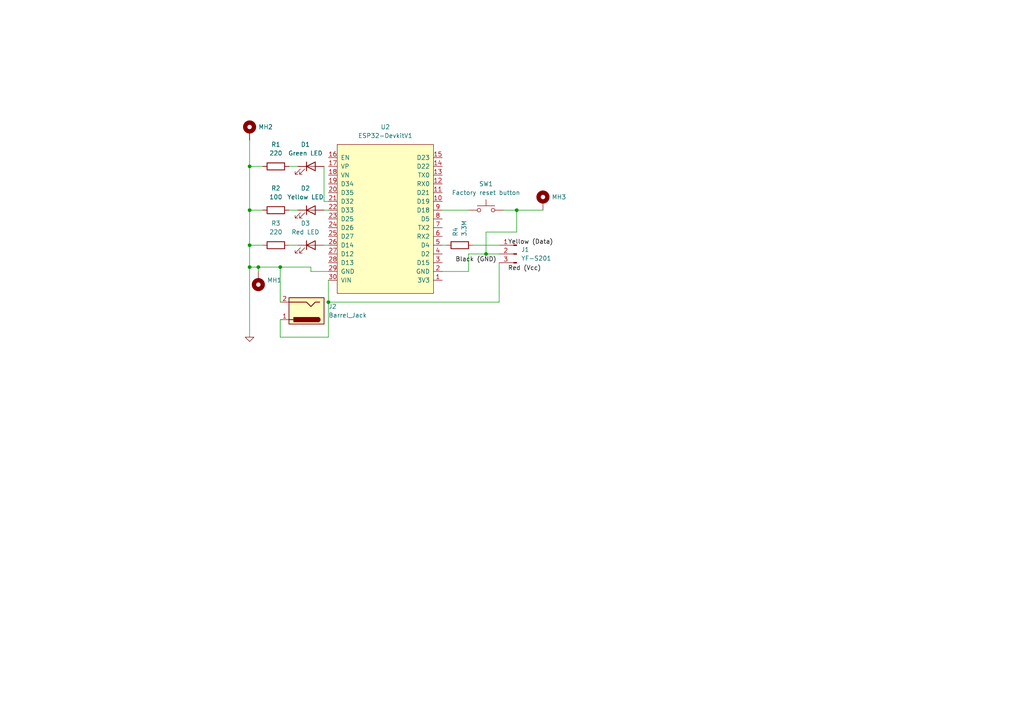
<source format=kicad_sch>
(kicad_sch (version 20231120) (generator "eeschema") (generator_version "8.0")
  (paper "A4")
  (title_block (title "Smart Fluid Flow Meter"))
  (lib_symbols
    (symbol "Connector:Barrel_Jack" (pin_names (offset 1.016))
      (property "Reference" "J" (at 0 5.334 0))
      (property "Value" "Barrel_Jack" (at 0 -5.08 0))
      (symbol "Barrel_Jack_0_1"
        (rectangle (start -5.08 3.81) (end 5.08 -3.81) (stroke (width 0.254)) (fill (type background)))
        (arc (start -3.302 3.175) (mid -3.9343 2.54) (end -3.302 1.905) (stroke (width 0.254)))
        (arc (start -3.302 3.175) (mid -3.9343 2.54) (end -3.302 1.905) (stroke (width 0.254)) (fill (type outline)))
        (polyline (pts (xy 5.08 2.54) (xy 3.81 2.54)) (stroke (width 0.254)))
        (polyline (pts (xy -3.81 -2.54) (xy -2.54 -2.54) (xy -1.27 -1.27) (xy 0 -2.54) (xy 2.54 -2.54) (xy 5.08 -2.54)) (stroke (width 0.254)))
        (rectangle (start 3.683 3.175) (end -3.302 1.905) (stroke (width 0.254)) (fill (type outline)))
      )
      (symbol "Barrel_Jack_1_1"
        (pin passive line (at 7.62 2.54 180) (length 2.54) (name "~") (number "1"))
        (pin passive line (at 7.62 -2.54 180) (length 2.54) (name "~") (number "2"))
      )
    )
    (symbol "Connector:Conn_01x03_Pin" (pin_names (offset 1.016) hide)
      (property "Reference" "J" (at 0 5.08 0))
      (property "Value" "Conn_01x03_Pin" (at 0 -5.08 0))
      (symbol "Conn_01x03_Pin_1_1"
        (polyline (pts (xy 1.27 -2.54) (xy 0.8636 -2.54)) (stroke (width 0.1524)))
        (polyline (pts (xy 1.27 0) (xy 0.8636 0)) (stroke (width 0.1524)))
        (polyline (pts (xy 1.27 2.54) (xy 0.8636 2.54)) (stroke (width 0.1524)))
        (rectangle (start 0.8636 -2.413) (end 0 -2.667) (stroke (width 0.1524)) (fill (type outline)))
        (rectangle (start 0.8636 0.127) (end 0 -0.127) (stroke (width 0.1524)) (fill (type outline)))
        (rectangle (start 0.8636 2.667) (end 0 2.413) (stroke (width 0.1524)) (fill (type outline)))
        (pin passive line (at 5.08 2.54 180) (length 3.81) (name "Pin_1") (number "1"))
        (pin passive line (at 5.08 0 180) (length 3.81) (name "Pin_2") (number "2"))
        (pin passive line (at 5.08 -2.54 180) (length 3.81) (name "Pin_3") (number "3"))
      )
    )
    (symbol "Device:LED" (pin_numbers hide) (pin_names (offset 1.016) hide)
      (property "Reference" "D" (at 0 2.54 0))
      (property "Value" "LED" (at 0 -2.54 0))
      (symbol "LED_0_1"
        (polyline (pts (xy -1.27 -1.27) (xy -1.27 1.27)) (stroke (width 0.254)))
        (polyline (pts (xy -1.27 0) (xy 1.27 0)))
        (polyline (pts (xy 1.27 -1.27) (xy 1.27 1.27) (xy -1.27 0) (xy 1.27 -1.27)) (stroke (width 0.254)))
        (polyline (pts (xy -3.048 -0.762) (xy -4.572 -2.286) (xy -3.81 -2.286) (xy -4.572 -2.286) (xy -4.572 -1.524)))
        (polyline (pts (xy -1.778 -0.762) (xy -3.302 -2.286) (xy -2.54 -2.286) (xy -3.302 -2.286) (xy -3.302 -1.524)))
      )
      (symbol "LED_1_1"
        (pin passive line (at -3.81 0 0) (length 2.54) (name "K") (number "1"))
        (pin passive line (at 3.81 0 180) (length 2.54) (name "A") (number "2"))
      )
    )
    (symbol "Device:R" (pin_numbers hide) (pin_names (offset 0))
      (property "Reference" "R" (at 2.032 0 90))
      (property "Value" "R" (at 0 0 90))
      (symbol "R_0_1"
        (rectangle (start -1.016 -2.54) (end 1.016 2.54) (stroke (width 0.254)))
      )
      (symbol "R_1_1"
        (pin passive line (at 0 3.81 270) (length 1.27) (name "~") (number "1"))
        (pin passive line (at 0 -3.81 90) (length 1.27) (name "~") (number "2"))
      )
    )
    (symbol "Mechanical:MountingHole_Pad" (pin_numbers hide) (pin_names (offset 1.016) hide) (exclude_from_sim yes) (in_bom no)
      (property "Reference" "H" (at 0 6.35 0))
      (property "Value" "MountingHole_Pad" (at 0 4.445 0))
      (symbol "MountingHole_Pad_0_1"
        (circle (center 0 1.27) (radius 1.27) (stroke (width 1.27)))
      )
      (symbol "MountingHole_Pad_1_1"
        (pin input line (at 0 -2.54 90) (length 2.54) (name "1") (number "1"))
      )
    )
    (symbol "Simulation_SPICE:0" (power) (pin_numbers hide) (pin_names (offset 0) hide)
      (property "Value" "0" (at 0 -2.54 0))
      (symbol "0_0_1"
        (polyline (pts (xy -1.27 0) (xy 0 -1.27) (xy 1.27 0) (xy -1.27 0)))
      )
      (symbol "0_1_1"
        (pin power_in line (at 0 0 0) (length 0) (name "~") (number "1"))
      )
    )
    (symbol "Switch:SW_Push" (pin_numbers hide) (pin_names (offset 1.016) hide)
      (property "Reference" "SW" (at 1.27 2.54 0))
      (property "Value" "SW_Push" (at 0 -1.524 0))
      (symbol "SW_Push_0_1"
        (circle (center -2.032 0) (radius 0.508))
        (polyline (pts (xy 0 1.27) (xy 0 3.048)))
        (polyline (pts (xy 2.54 1.27) (xy -2.54 1.27)))
        (circle (center 2.032 0) (radius 0.508))
        (pin passive line (at -5.08 0 0) (length 2.54) (name "1") (number "1"))
        (pin passive line (at 5.08 0 180) (length 2.54) (name "2") (number "2"))
      )
    )
    (symbol "esp32-devkitv1:MyLib_ESP32_DEVKITV1" (pin_names (offset 1.016))
      (property "Reference" "U" (at 0 2.54 0))
      (property "Value" "MyLib_ESP32_DEVKITV1" (at 0 0 0))
      (symbol "MyLib_ESP32_DEVKITV1_0_1"
        (rectangle (start -21.59 13.97) (end 21.59 -13.97) (fill (type background)))
      )
      (symbol "MyLib_ESP32_DEVKITV1_1_1"
        (pin bidirectional line (at -17.78 -16.51 90) (length 2.54) (name "3V3") (number "1"))
        (pin bidirectional line (at 5.08 -16.51 90) (length 2.54) (name "D19") (number "10"))
        (pin bidirectional line (at 7.62 -16.51 90) (length 2.54) (name "D21") (number "11"))
        (pin bidirectional line (at 10.16 -16.51 90) (length 2.54) (name "RX0") (number "12"))
        (pin bidirectional line (at 12.7 -16.51 90) (length 2.54) (name "TX0") (number "13"))
        (pin bidirectional line (at 15.24 -16.51 90) (length 2.54) (name "D22") (number "14"))
        (pin bidirectional line (at 17.78 -16.51 90) (length 2.54) (name "D23") (number "15"))
        (pin bidirectional line (at 17.78 16.51 270) (length 2.54) (name "EN") (number "16"))
        (pin bidirectional line (at 15.24 16.51 270) (length 2.54) (name "VP") (number "17"))
        (pin bidirectional line (at 12.7 16.51 270) (length 2.54) (name "VN") (number "18"))
        (pin bidirectional line (at 10.16 16.51 270) (length 2.54) (name "D34") (number "19"))
        (pin bidirectional line (at -15.24 -16.51 90) (length 2.54) (name "GND") (number "2"))
        (pin bidirectional line (at 7.62 16.51 270) (length 2.54) (name "D35") (number "20"))
        (pin bidirectional line (at 5.08 16.51 270) (length 2.54) (name "D32") (number "21"))
        (pin bidirectional line (at 2.54 16.51 270) (length 2.54) (name "D33") (number "22"))
        (pin bidirectional line (at 0 16.51 270) (length 2.54) (name "D25") (number "23"))
        (pin bidirectional line (at -2.54 16.51 270) (length 2.54) (name "D26") (number "24"))
        (pin bidirectional line (at -5.08 16.51 270) (length 2.54) (name "D27") (number "25"))
        (pin bidirectional line (at -7.62 16.51 270) (length 2.54) (name "D14") (number "26"))
        (pin bidirectional line (at -10.16 16.51 270) (length 2.54) (name "D12") (number "27"))
        (pin bidirectional line (at -12.7 16.51 270) (length 2.54) (name "D13") (number "28"))
        (pin bidirectional line (at -15.24 16.51 270) (length 2.54) (name "GND") (number "29"))
        (pin bidirectional line (at -12.7 -16.51 90) (length 2.54) (name "D15") (number "3"))
        (pin bidirectional line (at -17.78 16.51 270) (length 2.54) (name "VIN") (number "30"))
        (pin bidirectional line (at -10.16 -16.51 90) (length 2.54) (name "D2") (number "4"))
        (pin bidirectional line (at -7.62 -16.51 90) (length 2.54) (name "D4") (number "5"))
        (pin bidirectional line (at -5.08 -16.51 90) (length 2.54) (name "RX2") (number "6"))
        (pin bidirectional line (at -2.54 -16.51 90) (length 2.54) (name "TX2") (number "7"))
        (pin bidirectional line (at 0 -16.51 90) (length 2.54) (name "D5") (number "8"))
        (pin bidirectional line (at 2.54 -16.51 90) (length 2.54) (name "D18") (number "9"))
      )
    )
  )
  (junction (at 140.97 73.66))
  (junction (at 72.39 77.47))
  (junction (at 95.25 87.63))
  (junction (at 74.93 77.47))
  (junction (at 72.39 60.96))
  (junction (at 149.86 60.96))
  (junction (at 81.28 77.47))
  (junction (at 72.39 48.26))
  (junction (at 72.39 71.12))
  (wire (pts (xy 81.28 77.47) (xy 81.28 87.63)))
  (wire (pts (xy 95.25 87.63) (xy 95.25 97.79)))
  (wire (pts (xy 72.39 77.47) (xy 72.39 97.79)))
  (wire (pts (xy 135.89 78.74) (xy 135.89 73.66)))
  (wire (pts (xy 83.82 48.26) (xy 86.36 48.26)))
  (wire (pts (xy 72.39 48.26) (xy 72.39 60.96)))
  (wire (pts (xy 81.28 97.79) (xy 95.25 97.79)))
  (wire (pts (xy 81.28 77.47) (xy 90.17 77.47)))
  (wire (pts (xy 149.86 67.31) (xy 140.97 67.31)))
  (wire (pts (xy 128.27 71.12) (xy 129.54 71.12)))
  (wire (pts (xy 140.97 73.66) (xy 144.78 73.66)))
  (wire (pts (xy 72.39 48.26) (xy 76.2 48.26)))
  (wire (pts (xy 76.2 60.96) (xy 72.39 60.96)))
  (wire (pts (xy 137.16 71.12) (xy 144.78 71.12)))
  (wire (pts (xy 72.39 40.64) (xy 72.39 48.26)))
  (wire (pts (xy 83.82 71.12) (xy 86.36 71.12)))
  (wire (pts (xy 146.05 60.96) (xy 149.86 60.96)))
  (wire (pts (xy 72.39 77.47) (xy 74.93 77.47)))
  (wire (pts (xy 95.25 78.74) (xy 90.17 78.74)))
  (wire (pts (xy 149.86 60.96) (xy 149.86 67.31)))
  (wire (pts (xy 72.39 71.12) (xy 72.39 77.47)))
  (wire (pts (xy 95.25 58.42) (xy 93.98 58.42)))
  (wire (pts (xy 93.98 58.42) (xy 93.98 48.26)))
  (wire (pts (xy 72.39 60.96) (xy 72.39 71.12)))
  (wire (pts (xy 149.86 60.96) (xy 157.48 60.96)))
  (wire (pts (xy 74.93 77.47) (xy 74.93 78.74)))
  (wire (pts (xy 140.97 67.31) (xy 140.97 73.66)))
  (wire (pts (xy 72.39 71.12) (xy 76.2 71.12)))
  (wire (pts (xy 86.36 60.96) (xy 83.82 60.96)))
  (wire (pts (xy 74.93 77.47) (xy 81.28 77.47)))
  (wire (pts (xy 90.17 78.74) (xy 90.17 77.47)))
  (wire (pts (xy 135.89 73.66) (xy 140.97 73.66)))
  (wire (pts (xy 93.98 60.96) (xy 95.25 60.96)))
  (wire (pts (xy 93.98 71.12) (xy 95.25 71.12)))
  (wire (pts (xy 144.78 76.2) (xy 144.78 87.63)))
  (wire (pts (xy 95.25 87.63) (xy 144.78 87.63)))
  (wire (pts (xy 81.28 92.71) (xy 81.28 97.79)))
  (wire (pts (xy 135.89 60.96) (xy 128.27 60.96)))
  (wire (pts (xy 95.25 81.28) (xy 95.25 87.63)))
  (wire (pts (xy 128.27 78.74) (xy 135.89 78.74)))
  (label "Black (GND)" (at 132.08 76.2 0))
  (label "Yellow (Data)" (at 147.32 71.12 0))
  (label "Red (Vcc)" (at 147.32 78.74 0))
  (symbol (lib_id "Mechanical:MountingHole_Pad") (at 72.39 38.1 0) (unit 1) (exclude_from_sim yes) (in_bom no)
    (property "Reference" "MH2" (at 74.93 36.8299 0) (effects (justify left)))
    (property "Value" "MountingHole_Pad" (effects (hide yes)))
    (property "Footprint" "MountingHole:MountingHole_3.2mm_M3_Pad_Via" (effects (hide yes)))
    (property "Description" "Mounting Hole with connection" (effects (hide yes)))
  )
  (symbol (lib_id "Connector:Barrel_Jack") (at 88.9 90.17 180) (unit 1)
    (property "Reference" "J2" (at 95.25 88.8999 0) (effects (justify right)))
    (property "Value" "Barrel_Jack" (at 95.25 91.4399 0) (effects (justify right)))
    (property "Footprint" "Connector_BarrelJack:BarrelJack_CUI_PJ-063AH_Horizontal" (effects (hide yes)))
    (property "Description" "DC Barrel Jack" (effects (hide yes)))
  )
  (symbol (lib_id "Device:R") (at 80.01 60.96 90) (unit 1)
    (property "Reference" "R2" (at 80.01 54.61 90))
    (property "Value" "100" (at 80.01 57.15 90))
    (property "Footprint" "Resistor_THT:R_Axial_DIN0207_L6.3mm_D2.5mm_P10.16mm_Horizontal" (effects (hide yes)))
    (property "Description" "Resistor" (effects (hide yes)))
  )
  (symbol (lib_id "Simulation_SPICE:0") (at 72.39 97.79 0) (unit 1)
    (property "Reference" "#GND01" (effects (hide yes)))
    (property "Value" "0" (effects (hide yes)))
    (property "Datasheet" "https://ngspice.sourceforge.io/docs/ngspice-html-manual/manual.xhtml#subsec_Circuit_elements__device" (effects (hide yes)))
    (property "Description" "0V reference potential for simulation" (effects (hide yes)))
  )
  (symbol (lib_id "Device:LED") (at 90.17 48.26 0) (unit 1)
    (property "Reference" "D1" (at 88.5825 41.91 0))
    (property "Value" "Green LED" (at 88.5825 44.45 0))
    (property "Footprint" "LED_THT:LED_D5.0mm" (effects (hide yes)))
    (property "Description" "Light emitting diode" (effects (hide yes)))
    (property "Sim.Library" "spice/led.lib" (effects (hide yes)))
    (property "Sim.Name" "LED" (effects (hide yes)))
    (property "Sim.Device" "D" (effects (hide yes)))
    (property "Sim.Pins" "1=A 2=K" (effects (hide yes)))
  )
  (symbol (lib_id "Device:LED") (at 90.17 71.12 0) (unit 1)
    (property "Reference" "D3" (at 88.5825 64.77 0))
    (property "Value" "Red LED" (at 88.5825 67.31 0))
    (property "Footprint" "LED_THT:LED_D5.0mm" (effects (hide yes)))
    (property "Description" "Light emitting diode" (effects (hide yes)))
    (property "Sim.Library" "spice/led.lib" (effects (hide yes)))
    (property "Sim.Name" "LED" (effects (hide yes)))
    (property "Sim.Device" "D" (effects (hide yes)))
    (property "Sim.Pins" "1=A 2=K" (effects (hide yes)))
  )
  (symbol (lib_id "Device:R") (at 80.01 71.12 90) (unit 1)
    (property "Reference" "R3" (at 80.01 64.77 90))
    (property "Value" "220" (at 80.01 67.31 90))
    (property "Footprint" "Resistor_THT:R_Axial_DIN0207_L6.3mm_D2.5mm_P10.16mm_Horizontal" (effects (hide yes)))
    (property "Description" "Resistor" (effects (hide yes)))
    (property "Sim.Device" "R" (effects (hide yes)))
    (property "Sim.Pins" "1=+ 2=-" (effects (hide yes)))
  )
  (symbol (lib_id "Mechanical:MountingHole_Pad") (at 74.93 81.28 180) (unit 1) (exclude_from_sim yes) (in_bom no)
    (property "Reference" "MH1" (at 77.47 81.2799 0) (effects (justify right)))
    (property "Value" "MountingHole_Pad" (effects (hide yes)))
    (property "Footprint" "MountingHole:MountingHole_3.2mm_M3_Pad_Via" (effects (hide yes)))
    (property "Description" "Mounting Hole with connection" (effects (hide yes)))
  )
  (symbol (lib_id "Switch:SW_Push") (at 140.97 60.96 0) (unit 1)
    (property "Reference" "SW1" (at 140.97 53.34 0))
    (property "Value" "Factory reset button" (at 140.97 55.88 0))
    (property "Footprint" "Button_Switch_THT:SW_PUSH_1P1T_6x3.5mm_H4.3_APEM_MJTP1243" (effects (hide yes)))
    (property "Description" "Push button switch, generic, two pins" (effects (hide yes)))
    (property "Sim.Device" "SW" (effects (hide yes)))
    (property "Sim.Type" "V" (effects (hide yes)))
    (property "Sim.Pins" "1=ctrl+ 2=ctrl-" (effects (hide yes)))
    (property "Sim.Params" "thr=100" (effects (hide yes)))
  )
  (symbol (lib_id "Device:R") (at 80.01 48.26 90) (unit 1)
    (property "Reference" "R1" (at 80.01 41.91 90))
    (property "Value" "220" (at 80.01 44.45 90))
    (property "Footprint" "Resistor_THT:R_Axial_DIN0207_L6.3mm_D2.5mm_P10.16mm_Horizontal" (effects (hide yes)))
    (property "Description" "Resistor" (effects (hide yes)))
    (property "Sim.Device" "R" (effects (hide yes)))
    (property "Sim.Pins" "1=+ 2=-" (effects (hide yes)))
  )
  (symbol (lib_id "esp32-devkitv1:MyLib_ESP32_DEVKITV1") (at 111.76 63.5 90) (unit 1)
    (property "Reference" "U2" (at 111.76 36.83 90))
    (property "Value" "ESP32-DevkitV1" (at 111.76 39.37 90))
    (property "Footprint" "footprints:esp32_devkit_v1" (effects (hide yes)))
  )
  (symbol (lib_id "Device:LED") (at 90.17 60.96 0) (unit 1)
    (property "Reference" "D2" (at 88.5825 54.61 0))
    (property "Value" "Yellow LED" (at 88.5825 57.15 0))
    (property "Footprint" "LED_THT:LED_D5.0mm" (effects (hide yes)))
    (property "Description" "Light emitting diode" (effects (hide yes)))
    (property "Sim.Library" "spice/led.lib" (effects (hide yes)))
    (property "Sim.Name" "LED" (effects (hide yes)))
    (property "Sim.Device" "D" (effects (hide yes)))
    (property "Sim.Pins" "1=A 2=K" (effects (hide yes)))
  )
  (symbol (lib_id "Device:R") (at 133.35 71.12 90) (unit 1)
    (property "Reference" "R4" (at 132.0799 68.58 0) (effects (justify left)))
    (property "Value" "3.3M" (at 134.6199 68.58 0) (effects (justify left)))
    (property "Footprint" "Resistor_THT:R_Axial_DIN0207_L6.3mm_D2.5mm_P10.16mm_Horizontal" (effects (hide yes)))
    (property "Description" "Resistor" (effects (hide yes)))
    (property "Sim.Device" "R" (effects (hide yes)))
    (property "Sim.Pins" "1=+ 2=-" (effects (hide yes)))
  )
  (symbol (lib_id "Mechanical:MountingHole_Pad") (at 157.48 58.42 0) (unit 1) (exclude_from_sim yes) (in_bom no)
    (property "Reference" "MH3" (at 160.02 57.1499 0) (effects (justify left)))
    (property "Value" "MountingHole_Pad" (effects (hide yes)))
    (property "Footprint" "MountingHole:MountingHole_3.2mm_M3_Pad_Via" (effects (hide yes)))
    (property "Description" "Mounting Hole with connection" (effects (hide yes)))
  )
  (symbol (lib_id "Connector:Conn_01x03_Pin") (at 149.86 73.66 0) (mirror y) (unit 1)
    (property "Reference" "J1" (at 151.13 72.3899 0) (effects (justify right)))
    (property "Value" "YF-S201" (at 151.13 74.9299 0) (effects (justify right)))
    (property "Footprint" "Connector_JST:JST_EH_B3B-EH-A_1x03_P2.50mm_Vertical" (effects (hide yes)))
    (property "Description" "Generic connector, single row, 01x03, script generated" (effects (hide yes)))
  )
)
</source>
